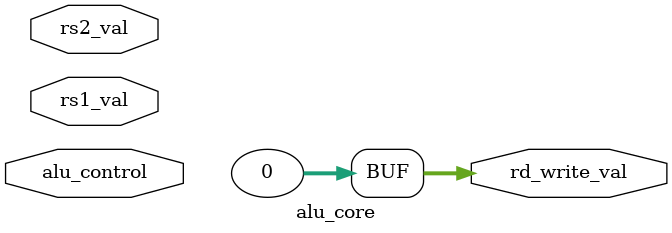
<source format=sv>

`include "processor_defines.sv"
module alu_core(
    input logic [31:0] rs1_val,
    input logic [31:0] rs2_val,
    input logic [4:0] alu_control,
    output logic [31:0] rd_write_val
);

// Edit the code here begin ---------------------------------------------------

    assign rd_write_val = 'b0;
    
// Edit the code here end -----------------------------------------------------

/*
    Following section is necessary for dumping waveforms. This is needed for debug and simulations
*/

`ifndef SUBMODULE_DISABLE_WAVES_ALU_CORE
    initial begin
        $dumpfile("./sim_build/alu_core.vcd");
        $dumpvars(0, alu_core);
    end
`endif

endmodule


</source>
